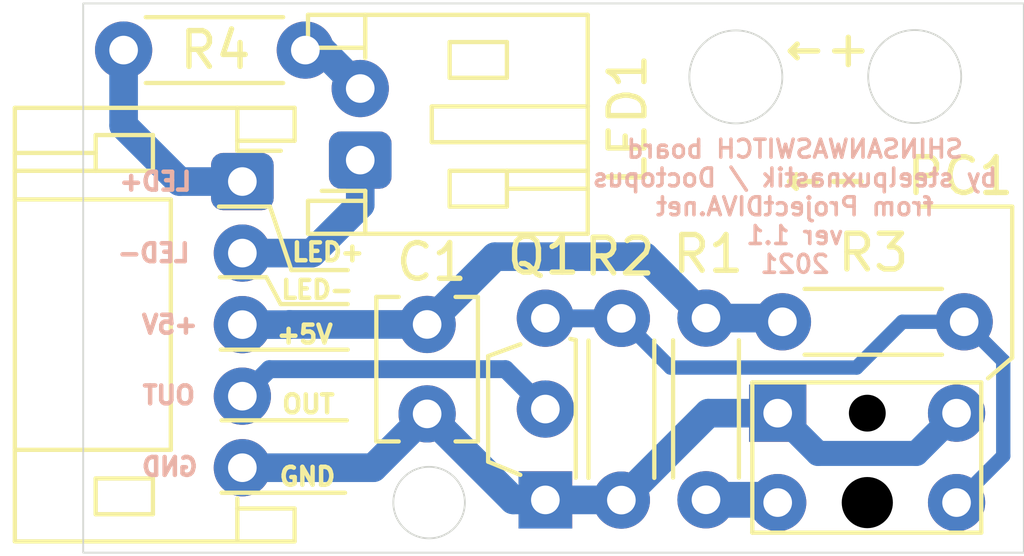
<source format=kicad_pcb>
(kicad_pcb (version 20210722) (generator pcbnew)
  (layers (0 "F.Cu" signal) (31 "B.Cu" signal) (34 "B.Paste" user) (35 "F.Paste" user) (36 "B.SilkS" user "B.Silkscreen") (37 "F.SilkS" user "F.Silkscreen") (38 "B.Mask" user) (39 "F.Mask" user) (44 "Edge.Cuts" user))
  (net 0 "")
  (net 1 "GND")
  (net 2 "Net-(LED1-Pad2)")
  (net 3 "Net-(PC1-Pad2)")
  (net 4 "Net-(PC1-Pad3)")
  (net 5 "/OUT")
  (net 6 "/+12V")
  (net 7 "/GNDA")
  (net 8 "/+5V")
  (footprint "Resistor_THT:R_Axial_DIN0204_L3.6mm_D1.6mm_P5.08mm_Horizontal" (layer "F.Cu") (at 128.985 76.05)
    (fp_text reference "R4" (at 2.565 0) (layer "F.SilkS"))
    (fp_text value "470")
    (fp_line (start 0.62 0.92) (end 4.46 0.92) (layer "F.SilkS") (width 0.12))
    (fp_line (start 0.62 -0.92) (end 4.46 -0.92) (layer "F.SilkS") (width 0.12))
    (pad "1" thru_hole circle locked (at 0 0) (size 1.6 1.6) (drill 0.8) (layers *.Cu *.Mask) (net 6 "/+12V"))
    (pad "2" thru_hole circle locked (at 5.08 0) (size 1.6 1.6) (drill 0.8) (layers *.Cu *.Mask) (net 2 "Net-(LED1-Pad2)"))
  )
  (footprint "Capacitor_THT:C_Disc_D3.8mm_W2.6mm_P2.50mm" (layer "F.Cu") (at 137.47 86.22 90)
    (fp_text reference "C1" (at 4.245 0.13 180) (layer "F.SilkS"))
    (fp_text value "0.1uf" hide)
    (fp_line (start 3.27 0.795) (end 3.27 1.42) (layer "F.SilkS") (width 0.12))
    (fp_line (start -0.77 -1.42) (end -0.77 -0.795) (layer "F.SilkS") (width 0.12))
    (fp_line (start 3.27 -1.42) (end 3.27 -0.795) (layer "F.SilkS") (width 0.12))
    (fp_line (start -0.77 1.42) (end 3.27 1.42) (layer "F.SilkS") (width 0.12))
    (fp_line (start -0.77 0.795) (end -0.77 1.42) (layer "F.SilkS") (width 0.12))
    (fp_line (start -0.77 -1.42) (end 3.27 -1.42) (layer "F.SilkS") (width 0.12))
    (pad "1" thru_hole circle locked (at 0 0 90) (size 1.6 1.6) (drill 0.8) (layers *.Cu *.Mask) (net 1 "GND"))
    (pad "2" thru_hole circle locked (at 2.5 0 90) (size 1.6 1.6) (drill 0.8) (layers *.Cu *.Mask) (net 8 "/+5V"))
  )
  (footprint "Package_TO_SOT_THT:TO-92S_Wide" (layer "F.Cu") (at 140.775 88.625 90)
    (fp_text reference "Q1" (at 6.825 -0.05 180) (layer "F.SilkS"))
    (fp_text value "2SC5395")
    (fp_line (start 4.35 -0.7) (end 4.02 -1.6) (layer "F.SilkS") (width 0.12))
    (fp_line (start 0.62 0.85) (end 4.47 0.85) (layer "F.SilkS") (width 0.12))
    (fp_line (start 1.07 -1.6) (end 0.7 -0.7) (layer "F.SilkS") (width 0.12))
    (fp_line (start 4.47 0.85) (end 4.5 0.7) (layer "F.SilkS") (width 0.12))
    (fp_line (start 4.02 -1.6) (end 1.07 -1.6) (layer "F.SilkS") (width 0.12))
    (pad "1" thru_hole rect locked (at 0 0 90) (size 1.6 1.5) (drill 0.8) (layers *.Cu *.Mask) (net 1 "GND"))
    (pad "2" thru_hole circle locked (at 2.54 0 90) (size 1.6 1.6) (drill 0.8) (layers *.Cu *.Mask) (net 5 "/OUT"))
    (pad "3" thru_hole circle locked (at 5.08 0 90) (size 1.6 1.6) (drill 0.8) (layers *.Cu *.Mask) (net 4 "Net-(PC1-Pad3)"))
  )
  (footprint "Resistor_THT:R_Axial_DIN0204_L3.6mm_D1.6mm_P5.08mm_Horizontal" (layer "F.Cu") (at 145.265299 83.541846 -90)
    (fp_text reference "R1" (at -1.791846 -0.059701) (layer "F.SilkS"))
    (fp_text value "330")
    (fp_line (start 0.62 -0.92) (end 4.46 -0.92) (layer "F.SilkS") (width 0.12))
    (fp_line (start 0.62 0.92) (end 4.46 0.92) (layer "F.SilkS") (width 0.12))
    (pad "1" thru_hole circle locked (at 0 0 270) (size 1.6 1.6) (drill 0.8) (layers *.Cu *.Mask) (net 8 "/+5V"))
    (pad "2" thru_hole circle locked (at 5.08 0 270) (size 1.6 1.6) (drill 0.8) (layers *.Cu *.Mask) (net 3 "Net-(PC1-Pad2)"))
  )
  (footprint "Connector_JST:JST_PH_S2B-PH-K_1x02_P2.00mm_Horizontal" (layer "F.Cu") (at 135.6 79.125 90)
    (fp_text reference "LED1" (at 1.125 7.475 270) (layer "F.SilkS"))
    (fp_text value "Conn_01x02_Female" hide)
    (fp_line (start 0.5 2) (end 1.5 2) (layer "F.SilkS") (width 0.12))
    (fp_line (start -2.06 0.14) (end -1.14 0.14) (layer "F.SilkS") (width 0.12))
    (fp_line (start -1.3 2.5) (end -1.3 4.1) (layer "F.SilkS") (width 0.12))
    (fp_line (start 2.3 2.5) (end 3.3 2.5) (layer "F.SilkS") (width 0.12))
    (fp_line (start -0.86 0.14) (end -0.86 -1.075) (layer "F.SilkS") (width 0.12))
    (fp_line (start 3.3 4.1) (end 2.3 4.1) (layer "F.SilkS") (width 0.12))
    (fp_line (start -0.8 4.1) (end -0.8 6.36) (layer "F.SilkS") (width 0.12))
    (fp_line (start -1.3 4.1) (end -0.3 4.1) (layer "F.SilkS") (width 0.12))
    (fp_line (start 2.3 4.1) (end 2.3 2.5) (layer "F.SilkS") (width 0.12))
    (fp_line (start -0.86 0.14) (end -1.14 0.14) (layer "F.SilkS") (width 0.12))
    (fp_line (start 3.14 0.14) (end 2.86 0.14) (layer "F.SilkS") (width 0.12))
    (fp_line (start -1.14 -1.46) (end -2.06 -1.46) (layer "F.SilkS") (width 0.12))
    (fp_line (start -2.06 -1.46) (end -2.06 6.36) (layer "F.SilkS") (width 0.12))
    (fp_line (start 4.06 0.14) (end 3.14 0.14) (layer "F.SilkS") (width 0.12))
    (fp_line (start -1.14 0.14) (end -1.14 -1.46) (layer "F.SilkS") (width 0.12))
    (fp_line (start -2.06 6.36) (end 4.06 6.36) (layer "F.SilkS") (width 0.12))
    (fp_line (start -0.3 2.5) (end -1.3 2.5) (layer "F.SilkS") (width 0.12))
    (fp_line (start 1.5 2) (end 1.5 6.36) (layer "F.SilkS") (width 0.12))
    (fp_line (start 0.5 6.36) (end 0.5 2) (layer "F.SilkS") (width 0.12))
    (fp_line (start 3.14 -1.46) (end 3.14 0.14) (layer "F.SilkS") (width 0.12))
    (fp_line (start -0.3 4.1) (end -0.3 6.36) (layer "F.SilkS") (width 0.12))
    (fp_line (start -0.3 4.1) (end -0.3 2.5) (layer "F.SilkS") (width 0.12))
    (fp_line (start 3.3 2.5) (end 3.3 4.1) (layer "F.SilkS") (width 0.12))
    (fp_line (start 4.06 6.36) (end 4.06 -1.46) (layer "F.SilkS") (width 0.12))
    (fp_line (start 4.06 -1.46) (end 3.14 -1.46) (layer "F.SilkS") (width 0.12))
    (pad "1" thru_hole roundrect locked (at 0 0 90) (size 1.6 1.75) (drill 0.8) (layers *.Cu *.Mask) (roundrect_rratio 0.208) (net 7 "/GNDA"))
    (pad "2" thru_hole circle locked (at 2 0 90) (size 1.6 1.6) (drill 0.8) (layers *.Cu *.Mask) (net 2 "Net-(LED1-Pad2)"))
  )
  (footprint "Resistor_THT:R_Axial_DIN0204_L3.6mm_D1.6mm_P5.08mm_Horizontal" (layer "F.Cu") (at 142.9 83.55 -90)
    (fp_text reference "R2" (at -1.725 0.05 180) (layer "F.SilkS"))
    (fp_text value "10K")
    (fp_line (start 0.62 0.92) (end 4.46 0.92) (layer "F.SilkS") (width 0.12))
    (fp_line (start 0.62 -0.92) (end 4.46 -0.92) (layer "F.SilkS") (width 0.12))
    (pad "1" thru_hole circle locked (at 0 0 270) (size 1.6 1.6) (drill 0.8) (layers *.Cu *.Mask) (net 4 "Net-(PC1-Pad3)"))
    (pad "2" thru_hole circle locked (at 5.08 0 270) (size 1.6 1.6) (drill 0.8) (layers *.Cu *.Mask) (net 1 "GND"))
  )
  (footprint "Connector_JST:JST_PH_S5B-PH-K_1x05_P2.00mm_Horizontal" (layer "F.Cu") (at 132.304628 79.725 -90)
    (fp_text reference "J1" hide)
    (fp_text value "Conn_01x05_Male" hide)
    (fp_line (start -2.06 6.36) (end 10.06 6.36) (layer "F.SilkS") (width 0.12))
    (fp_line (start -0.86 0.14) (end -1.14 0.14) (layer "F.SilkS") (width 0.12))
    (fp_line (start -0.8 4.1) (end -0.8 6.36) (layer "F.SilkS") (width 0.12))
    (fp_line (start -0.3 2.5) (end -1.3 2.5) (layer "F.SilkS") (width 0.12))
    (fp_line (start -0.3 4.1) (end -0.3 2.5) (layer "F.SilkS") (width 0.12))
    (fp_line (start 10.06 -1.46) (end 9.14 -1.46) (layer "F.SilkS") (width 0.12))
    (fp_line (start 8.3 4.1) (end 8.3 2.5) (layer "F.SilkS") (width 0.12))
    (fp_line (start -1.3 4.1) (end -0.3 4.1) (layer "F.SilkS") (width 0.12))
    (fp_line (start -2.06 0.14) (end -1.14 0.14) (layer "F.SilkS") (width 0.12))
    (fp_line (start 9.3 2.5) (end 9.3 4.1) (layer "F.SilkS") (width 0.12))
    (fp_line (start 0.5 2) (end 7.5 2) (layer "F.SilkS") (width 0.12))
    (fp_line (start 9.3 4.1) (end 8.3 4.1) (layer "F.SilkS") (width 0.12))
    (fp_line (start -1.3 2.5) (end -1.3 4.1) (layer "F.SilkS") (width 0.12))
    (fp_line (start -0.86 0.14) (end -0.86 -1.075) (layer "F.SilkS") (width 0.12))
    (fp_line (start 7.5 2) (end 7.5 6.36) (layer "F.SilkS") (width 0.12))
    (fp_line (start 9.14 -1.46) (end 9.14 0.14) (layer "F.SilkS") (width 0.12))
    (fp_line (start -2.06 -1.46) (end -2.06 6.36) (layer "F.SilkS") (width 0.12))
    (fp_line (start 9.14 0.14) (end 8.86 0.14) (layer "F.SilkS") (width 0.12))
    (fp_line (start -1.14 0.14) (end -1.14 -1.46) (layer "F.SilkS") (width 0.12))
    (fp_line (start 10.06 6.36) (end 10.06 -1.46) (layer "F.SilkS") (width 0.12))
    (fp_line (start 10.06 0.14) (end 9.14 0.14) (layer "F.SilkS") (width 0.12))
    (fp_line (start 0.5 6.36) (end 0.5 2) (layer "F.SilkS") (width 0.12))
    (fp_line (start 8.3 2.5) (end 9.3 2.5) (layer "F.SilkS") (width 0.12))
    (fp_line (start -1.14 -1.46) (end -2.06 -1.46) (layer "F.SilkS") (width 0.12))
    (fp_line (start -0.3 4.1) (end -0.3 6.36) (layer "F.SilkS") (width 0.12))
    (pad "1" thru_hole roundrect locked (at 0 0 270) (size 1.6 1.75) (drill 0.8) (layers *.Cu *.Mask) (roundrect_rratio 0.208) (net 6 "/+12V"))
    (pad "2" thru_hole circle locked (at 2 0 270) (size 1.6 1.6) (drill 0.8) (layers *.Cu *.Mask) (net 7 "/GNDA"))
    (pad "3" thru_hole circle locked (at 4 0 270) (size 1.6 1.6) (drill 0.8) (layers *.Cu *.Mask) (net 8 "/+5V"))
    (pad "4" thru_hole circle locked (at 6 0 270) (size 1.6 1.6) (drill 0.8) (layers *.Cu *.Mask) (net 5 "/OUT"))
    (pad "5" thru_hole circle locked (at 8 0 270) (size 1.6 1.6) (drill 0.8) (layers *.Cu *.Mask) (net 1 "GND"))
  )
  (footprint "RPI-221:RPI-352" (layer "F.Cu") (at 146.5 89.6)
    (fp_text reference "PC1" (at 5.875 -10.025 unlocked) (layer "F.SilkS"))
    (fp_text value "RPI-352")
    (fp_line (start 0.06 -4.26) (end 6.46 -4.26) (layer "F.SilkS") (width 0.12))
    (fp_line (start 6.46 -0.06) (end 0.06 -0.06) (layer "F.SilkS") (width 0.12))
    (fp_line (start 6.46 -4.26) (end 6.46 -0.06) (layer "F.SilkS") (width 0.12))
    (fp_line (start 0.06 -0.06) (end 0.06 -4.26) (layer "F.SilkS") (width 0.12))
    (pad "" np_thru_hole circle locked (at 3.275 -3.4) (size 1.03 1.03) (drill 1.03) (layers *.Mask))
    (pad "" np_thru_hole circle locked (at 3.275 -0.9) (size 1.43 1.43) (drill 1.43) (layers *.Mask))
    (pad "1" thru_hole rect locked (at 0.77 -3.4) (size 1.6 1.6) (drill oval 0.8) (layers *.Cu *.Mask) (net 1 "GND"))
    (pad "2" thru_hole circle locked (at 0.77 -0.9) (size 1.6 1.6) (drill oval 0.8) (layers *.Cu *.Mask) (net 3 "Net-(PC1-Pad2)"))
    (pad "3" thru_hole circle locked (at 5.77 -0.9) (size 1.6 1.6) (drill oval 0.8) (layers *.Cu *.Mask) (net 4 "Net-(PC1-Pad3)"))
    (pad "4" thru_hole circle locked (at 5.77 -3.4) (size 1.6 1.6) (drill oval 0.8) (layers *.Cu *.Mask) (net 1 "GND"))
  )
  (footprint "Resistor_THT:R_Axial_DIN0204_L3.6mm_D1.6mm_P5.08mm_Horizontal" (layer "F.Cu") (at 147.402511 83.645663)
    (fp_text reference "R3" (at 2.540845 -1.932197 180) (layer "F.SilkS"))
    (fp_text value "22K")
    (fp_line (start 0.62 -0.92) (end 4.46 -0.92) (layer "F.SilkS") (width 0.12))
    (fp_line (start 0.62 0.92) (end 4.46 0.92) (layer "F.SilkS") (width 0.12))
    (pad "1" thru_hole circle locked (at 0 0) (size 1.6 1.6) (drill 0.8) (layers *.Cu *.Mask) (net 8 "/+5V"))
    (pad "2" thru_hole circle locked (at 5.08 0) (size 1.6 1.6) (drill 0.8) (layers *.Cu *.Mask) (net 4 "Net-(PC1-Pad3)"))
  )
  (gr_line (start 135.175 88.425) (end 131.725 88.425) (layer "F.SilkS") (width 0.12))
  (gr_line (start 135.25 84.425) (end 131.7 84.425) (layer "F.SilkS") (width 0.12))
  (gr_line (start 131.65 80.425) (end 133.075 80.425) (layer "F.SilkS") (width 0.12))
  (gr_line (start 133.075 80.425) (end 133.675 82.2) (layer "F.SilkS") (width 0.12))
  (gr_line (start 132.975 82.4) (end 131.675 82.4) (layer "F.SilkS") (width 0.12))
  (gr_line (start 133.675 82.2) (end 135.25 82.2) (layer "F.SilkS") (width 0.12))
  (gr_line (start 133.375 83.15) (end 135.25 83.15) (layer "F.SilkS") (width 0.12))
  (gr_line (start 153.825 84.65) (end 153.825 80.425) (layer "F.SilkS") (width 0.12))
  (gr_line (start 153.825 80.425) (end 151.25 80.425) (layer "F.SilkS") (width 0.12))
  (gr_line (start 135.225 86.4) (end 131.725 86.4) (layer "F.SilkS") (width 0.12))
  (gr_line (start 132.975 82.4) (end 133.375 83.15) (layer "F.SilkS") (width 0.12))
  (gr_line (start 153.15 85.225) (end 153.825 84.65) (layer "F.SilkS") (width 0.12))
  (gr_rect (start 127.85651 74.746407) (end 154.15 90.1) (layer "Edge.Cuts") (width 0.05) (fill none))
  (gr_circle (center 146.1 76.8) (end 147.4 76.8) (layer "Edge.Cuts") (width 0.05) (fill none))
  (gr_circle (center 151.1 76.79) (end 152.4 76.79) (layer "Edge.Cuts") (width 0.05) (fill none))
  (gr_circle (center 137.525 88.7) (end 138.525 88.7) (layer "Edge.Cuts") (width 0.05) (fill none))
  (gr_text "GND" (at 130.275 87.7) (layer "B.SilkS") (effects (font (size 0.5 0.5) (thickness 0.125)) (justify mirror)))
  (gr_text "OUT" (at 130.25 85.7) (layer "B.SilkS") (effects (font (size 0.5 0.5) (thickness 0.125)) (justify mirror)))
  (gr_text "SHINSANWASWITCH board\nby steelpuxnastik / Doctopus\nfrom ProjectDIVA.net\nver 1.1\n2021" (at 147.75 80.425) (layer "B.SilkS") (effects (font (size 0.5 0.5) (thickness 0.1)) (justify mirror)))
  (gr_text "LED+" (at 129.875 79.725) (layer "B.SilkS") (effects (font (size 0.5 0.5) (thickness 0.125)) (justify mirror)))
  (gr_text "LED-" (at 129.825 81.725) (layer "B.SilkS") (effects (font (size 0.5 0.5) (thickness 0.125)) (justify mirror)))
  (gr_text "+5V" (at 130.275 83.725) (layer "B.SilkS") (effects (font (size 0.5 0.5) (thickness 0.125)) (justify mirror)))
  (gr_text "LED+" (at 134.7 81.7) (layer "F.SilkS") (effects (font (size 0.5 0.5) (thickness 0.125))))
  (gr_text "LED-" (at 134.4 82.75) (layer "F.SilkS") (effects (font (size 0.5 0.5) (thickness 0.125))))
  (gr_text "←+" (at 148.625 76) (layer "F.SilkS") (effects (font (size 1 1))))
  (gr_text "←-" (at 148.6 79.65) (layer "F.SilkS") (effects (font (size 1 1))))
  (gr_text "OUT" (at 134.15 85.95) (layer "F.SilkS") (effects (font (size 0.5 0.5) (thickness 0.125))))
  (gr_text "+5V" (at 134.05 84) (layer "F.SilkS") (effects (font (size 0.5 0.5) (thickness 0.125))))
  (gr_text "GND" (at 134.125 87.975) (layer "F.SilkS") (effects (font (size 0.5 0.5) (thickness 0.125))))
  (segment (start 151.145 87.325) (end 148.395 87.325) (width 0.7) (layer "B.Cu") (net 1))
  (segment (start 148.395 87.325) (end 147.27 86.2) (width 0.7) (layer "B.Cu") (net 1))
  (segment (start 140.775 88.625) (end 139.875 88.625) (width 0.8) (layer "B.Cu") (net 1))
  (segment (start 142.9 88.63) (end 145.33 86.2) (width 0.8) (layer "B.Cu") (net 1))
  (segment (start 135.965 87.725) (end 137.47 86.22) (width 0.8) (layer "B.Cu") (net 1))
  (segment (start 140.775 88.625) (end 142.895 88.625) (width 0.8) (layer "B.Cu") (net 1))
  (segment (start 139.875 88.625) (end 137.47 86.22) (width 0.8) (layer "B.Cu") (net 1))
  (segment (start 145.33 86.2) (end 147.27 86.2) (width 0.8) (layer "B.Cu") (net 1))
  (segment (start 132.304628 87.725) (end 135.965 87.725) (width 0.8) (layer "B.Cu") (net 1))
  (segment (start 152.27 86.2) (end 151.145 87.325) (width 0.7) (layer "B.Cu") (net 1))
  (segment (start 142.895 88.625) (end 142.9 88.63) (width 0.7) (layer "B.Cu") (net 1))
  (segment (start 134.525 76.05) (end 135.6 77.125) (width 0.8) (layer "B.Cu") (net 2))
  (segment (start 134.065 76.05) (end 134.525 76.05) (width 0.8) (layer "B.Cu") (net 2))
  (segment (start 145.265299 88.621846) (end 147.191846 88.621846) (width 1) (layer "B.Cu") (net 3))
  (segment (start 152.482511 83.645663) (end 150.754337 83.645663) (width 0.4) (layer "B.Cu") (net 4))
  (segment (start 150.754337 83.645663) (end 149.475 84.925) (width 0.4) (layer "B.Cu") (net 4))
  (segment (start 140.78 83.55) (end 140.775 83.545) (width 0.4) (layer "B.Cu") (net 4))
  (segment (start 152.482511 83.645663) (end 153.575 84.738152) (width 0.4) (layer "B.Cu") (net 4))
  (segment (start 153.575 87.395) (end 152.27 88.7) (width 0.4) (layer "B.Cu") (net 4))
  (segment (start 142.9 83.55) (end 140.78 83.55) (width 0.5) (layer "B.Cu") (net 4))
  (segment (start 149.475 84.925) (end 144.275 84.925) (width 0.4) (layer "B.Cu") (net 4))
  (segment (start 144.275 84.925) (end 142.9 83.55) (width 0.4) (layer "B.Cu") (net 4))
  (segment (start 153.575 84.738152) (end 153.575 87.395) (width 0.4) (layer "B.Cu") (net 4))
  (segment (start 142.9 83.55) (end 142.64 83.55) (width 0.4) (layer "B.Cu") (net 4))
  (segment (start 133.059139 84.970489) (end 132.304628 85.725) (width 0.5) (layer "B.Cu") (net 5))
  (segment (start 139.660489 84.970489) (end 133.059139 84.970489) (width 0.5) (layer "B.Cu") (net 5))
  (segment (start 140.775 86.085) (end 139.660489 84.970489) (width 0.5) (layer "B.Cu") (net 5))
  (segment (start 128.985 78.16) (end 128.985 76.05) (width 0.8) (layer "B.Cu") (net 6))
  (segment (start 130.55 79.725) (end 128.985 78.16) (width 0.8) (layer "B.Cu") (net 6))
  (segment (start 132.304628 79.725) (end 130.55 79.725) (width 0.8) (layer "B.Cu") (net 6))
  (segment (start 134.25 81.725) (end 135.6 80.375) (width 0.8) (layer "B.Cu") (net 7))
  (segment (start 132.304628 81.725) (end 134.25 81.725) (width 0.8) (layer "B.Cu") (net 7))
  (segment (start 135.6 80.375) (end 135.6 79.125) (width 0.8) (layer "B.Cu") (net 7))
  (segment (start 137.47 83.72) (end 139.365 81.825) (width 0.8) (layer "B.Cu") (net 8))
  (segment (start 133.62 83.72) (end 133.615 83.725) (width 0.8) (layer "B.Cu") (net 8))
  (segment (start 147.298694 83.541846) (end 147.402511 83.645663) (width 0.7) (layer "B.Cu") (net 8))
  (segment (start 133.615 83.725) (end 132.304628 83.725) (width 0.8) (layer "B.Cu") (net 8))
  (segment (start 143.548453 81.825) (end 145.265299 83.541846) (width 0.8) (layer "B.Cu") (net 8))
  (segment (start 139.365 81.825) (end 143.548453 81.825) (width 0.8) (layer "B.Cu") (net 8))
  (segment (start 145.265299 83.541846) (end 147.298694 83.541846) (width 0.8) (layer "B.Cu") (net 8))
  (segment (start 137.47 83.72) (end 133.62 83.72) (width 0.8) (layer "B.Cu") (net 8))
)
</source>
